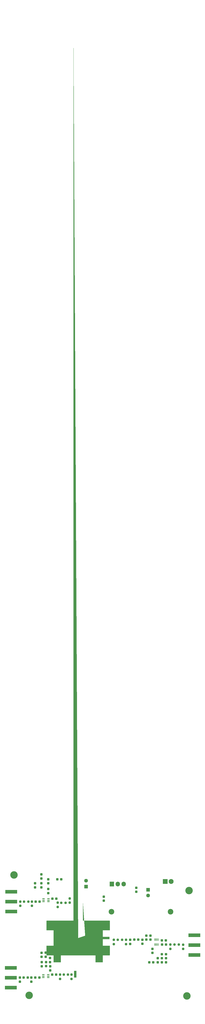
<source format=gts>
%TF.GenerationSoftware,KiCad,Pcbnew,(6.0.1)*%
%TF.CreationDate,2022-02-08T14:34:19+00:00*%
%TF.ProjectId,TrackingGenerator,54726163-6b69-46e6-9747-656e65726174,rev?*%
%TF.SameCoordinates,Original*%
%TF.FileFunction,Soldermask,Top*%
%TF.FilePolarity,Negative*%
%FSLAX46Y46*%
G04 Gerber Fmt 4.6, Leading zero omitted, Abs format (unit mm)*
G04 Created by KiCad (PCBNEW (6.0.1)) date 2022-02-08 14:34:19*
%MOMM*%
%LPD*%
G01*
G04 APERTURE LIST*
G04 Aperture macros list*
%AMRoundRect*
0 Rectangle with rounded corners*
0 $1 Rounding radius*
0 $2 $3 $4 $5 $6 $7 $8 $9 X,Y pos of 4 corners*
0 Add a 4 corners polygon primitive as box body*
4,1,4,$2,$3,$4,$5,$6,$7,$8,$9,$2,$3,0*
0 Add four circle primitives for the rounded corners*
1,1,$1+$1,$2,$3*
1,1,$1+$1,$4,$5*
1,1,$1+$1,$6,$7*
1,1,$1+$1,$8,$9*
0 Add four rect primitives between the rounded corners*
20,1,$1+$1,$2,$3,$4,$5,0*
20,1,$1+$1,$4,$5,$6,$7,0*
20,1,$1+$1,$6,$7,$8,$9,0*
20,1,$1+$1,$8,$9,$2,$3,0*%
%AMFreePoly0*
4,1,53,2.042426,15.408426,2.060000,15.366000,2.060000,7.426000,13.541000,7.426000,13.583426,7.408426,13.601000,7.366000,13.601000,3.366000,13.583426,3.323574,13.541000,3.306000,10.601000,3.306000,10.601000,-3.306000,13.541000,-3.306000,13.583426,-3.323574,13.601000,-3.366000,13.601000,-7.366000,13.583426,-7.408426,13.541000,-7.426000,10.601000,-7.426000,10.601000,-10.366000,10.583426,-10.408426,
10.541000,-10.426000,7.541000,-10.426000,7.498574,-10.408426,7.481000,-10.366000,7.481000,-7.426000,-7.481000,-7.426000,-7.481000,-10.366000,-7.498574,-10.408426,-7.541000,-10.426000,-10.541000,-10.426000,-10.583426,-10.408426,-10.601000,-10.366000,-10.601000,-7.426000,-13.541000,-7.426000,-13.583426,-7.408426,-13.601000,-7.366000,-13.601000,-3.366000,-13.583426,-3.323574,-13.541000,-3.306000,-10.601000,-3.306000,
-10.601000,3.306000,-13.541000,3.306000,-13.583426,3.323574,-13.601000,3.366000,-13.601000,7.366000,-13.583426,7.408426,-13.541000,7.426000,-2.060000,7.426000,-2.060000,15.366000,-2.042426,15.408426,-2.000000,15.426000,2.000000,15.426000,2.042426,15.408426,2.042426,15.408426,$1*%
G04 Aperture macros list end*
%ADD10RoundRect,0.237500X-0.237500X0.300000X-0.237500X-0.300000X0.237500X-0.300000X0.237500X0.300000X0*%
%ADD11R,1.905000X2.000000*%
%ADD12O,1.905000X2.000000*%
%ADD13RoundRect,0.237500X-0.237500X0.250000X-0.237500X-0.250000X0.237500X-0.250000X0.237500X0.250000X0*%
%ADD14RoundRect,0.237500X-0.250000X-0.237500X0.250000X-0.237500X0.250000X0.237500X-0.250000X0.237500X0*%
%ADD15C,3.200000*%
%ADD16RoundRect,0.237500X0.237500X-0.250000X0.237500X0.250000X-0.237500X0.250000X-0.237500X-0.250000X0*%
%ADD17RoundRect,0.237500X-0.300000X-0.237500X0.300000X-0.237500X0.300000X0.237500X-0.300000X0.237500X0*%
%ADD18RoundRect,0.237500X-0.237500X0.287500X-0.237500X-0.287500X0.237500X-0.287500X0.237500X0.287500X0*%
%ADD19RoundRect,0.237500X0.300000X0.237500X-0.300000X0.237500X-0.300000X-0.237500X0.300000X-0.237500X0*%
%ADD20R,5.080000X1.500000*%
%ADD21RoundRect,0.237500X0.287500X0.237500X-0.287500X0.237500X-0.287500X-0.237500X0.287500X-0.237500X0*%
%ADD22RoundRect,0.237500X0.237500X-0.300000X0.237500X0.300000X-0.237500X0.300000X-0.237500X-0.300000X0*%
%ADD23R,1.600000X1.600000*%
%ADD24C,1.600000*%
%ADD25R,1.000000X3.000000*%
%ADD26FreePoly0,90.000000*%
%ADD27R,3.000000X1.000000*%
%ADD28RoundRect,0.237500X0.237500X-0.287500X0.237500X0.287500X-0.237500X0.287500X-0.237500X-0.287500X0*%
%ADD29R,1.050000X0.400000*%
%ADD30R,0.400000X1.050000*%
%ADD31RoundRect,0.237500X-0.287500X-0.237500X0.287500X-0.237500X0.287500X0.237500X-0.287500X0.237500X0*%
%ADD32C,2.400000*%
%ADD33O,2.400000X2.400000*%
%ADD34R,2.100000X2.100000*%
%ADD35C,2.100000*%
G04 APERTURE END LIST*
D10*
%TO.C,C9*%
X86258400Y-114656700D03*
X86258400Y-116381700D03*
%TD*%
D11*
%TO.C,U1*%
X116484400Y-85171400D03*
D12*
X119024400Y-85171400D03*
X121564400Y-85171400D03*
%TD*%
D13*
%TO.C,R14*%
X141647800Y-111100800D03*
X141647800Y-112925800D03*
%TD*%
D14*
%TO.C,R6*%
X94743900Y-93218000D03*
X96568900Y-93218000D03*
%TD*%
D15*
%TO.C,H4*%
X148742400Y-133096000D03*
%TD*%
D16*
%TO.C,R10*%
X117322600Y-110894500D03*
X117322600Y-109069500D03*
%TD*%
D10*
%TO.C,C5*%
X86309200Y-118669900D03*
X86309200Y-120394900D03*
%TD*%
D17*
%TO.C,C17*%
X131335300Y-109013300D03*
X133060300Y-109013300D03*
%TD*%
D13*
%TO.C,R3*%
X82092800Y-92711900D03*
X82092800Y-94536900D03*
%TD*%
D10*
%TO.C,C10*%
X86207600Y-81077900D03*
X86207600Y-82802900D03*
%TD*%
D18*
%TO.C,L3*%
X89154000Y-87313800D03*
X89154000Y-89063800D03*
%TD*%
D19*
%TO.C,C12*%
X92607300Y-91440000D03*
X90882300Y-91440000D03*
%TD*%
D20*
%TO.C,J4*%
X151937500Y-111350000D03*
X151937500Y-115600000D03*
X151937500Y-107100000D03*
%TD*%
D18*
%TO.C,L5*%
X90017600Y-120435400D03*
X90017600Y-122185400D03*
%TD*%
D21*
%TO.C,L6*%
X127849600Y-109016800D03*
X126099600Y-109016800D03*
%TD*%
D17*
%TO.C,C14*%
X90831500Y-124002800D03*
X92556500Y-124002800D03*
%TD*%
D10*
%TO.C,C23*%
X127000000Y-86767500D03*
X127000000Y-88492500D03*
%TD*%
D17*
%TO.C,C24*%
X132541550Y-118738300D03*
X134266550Y-118738300D03*
%TD*%
D14*
%TO.C,R15*%
X143435300Y-111113300D03*
X145260300Y-111113300D03*
%TD*%
D22*
%TO.C,C21*%
X133897800Y-114675800D03*
X133897800Y-112950800D03*
%TD*%
D13*
%TO.C,R5*%
X94183200Y-124004700D03*
X94183200Y-125829700D03*
%TD*%
D17*
%TO.C,C18*%
X131335300Y-107263300D03*
X133060300Y-107263300D03*
%TD*%
D10*
%TO.C,C20*%
X138004050Y-116975800D03*
X138004050Y-118700800D03*
%TD*%
D14*
%TO.C,R11*%
X119051700Y-109067600D03*
X120876700Y-109067600D03*
%TD*%
D13*
%TO.C,R4*%
X93218000Y-93169100D03*
X93218000Y-94994100D03*
%TD*%
D20*
%TO.C,J1*%
X73202800Y-92710000D03*
X73202800Y-96960000D03*
X73202800Y-88460000D03*
%TD*%
D15*
%TO.C,H2*%
X149707600Y-87985600D03*
%TD*%
D22*
%TO.C,C15*%
X124333000Y-110825800D03*
X124333000Y-109100800D03*
%TD*%
D21*
%TO.C,L8*%
X139729050Y-115238300D03*
X137979050Y-115238300D03*
%TD*%
D17*
%TO.C,C25*%
X138035300Y-111113300D03*
X139760300Y-111113300D03*
%TD*%
D10*
%TO.C,C2*%
X81889600Y-125273900D03*
X81889600Y-126998900D03*
%TD*%
D17*
%TO.C,C26*%
X137985300Y-109313300D03*
X139710300Y-109313300D03*
%TD*%
D22*
%TO.C,C13*%
X88036400Y-116330900D03*
X88036400Y-114605900D03*
%TD*%
D23*
%TO.C,C28*%
X105359200Y-86272380D03*
D24*
X105359200Y-83772380D03*
%TD*%
D25*
%TO.C,M1*%
X100757000Y-92831000D03*
D26*
X102018000Y-108331000D03*
D25*
X100757000Y-123831000D03*
D27*
X114018000Y-108331000D03*
%TD*%
D10*
%TO.C,C19*%
X139754050Y-116975800D03*
X139754050Y-118700800D03*
%TD*%
D15*
%TO.C,H3*%
X80924400Y-132842000D03*
%TD*%
D28*
%TO.C,L7*%
X136204050Y-118713300D03*
X136204050Y-116963300D03*
%TD*%
D15*
%TO.C,H1*%
X74371200Y-81330800D03*
%TD*%
D14*
%TO.C,R2*%
X78741900Y-92710000D03*
X80566900Y-92710000D03*
%TD*%
D29*
%TO.C,IC2*%
X87037200Y-123962400D03*
X87037200Y-124612400D03*
X87037200Y-125262400D03*
X89137200Y-125262400D03*
X89137200Y-124612400D03*
X89137200Y-123962400D03*
%TD*%
D10*
%TO.C,C16*%
X129590800Y-109068700D03*
X129590800Y-110793700D03*
%TD*%
%TO.C,C8*%
X83464400Y-84887900D03*
X83464400Y-86612900D03*
%TD*%
D17*
%TO.C,C11*%
X93015900Y-83159600D03*
X94740900Y-83159600D03*
%TD*%
D30*
%TO.C,IC3*%
X136297800Y-109013300D03*
X135647800Y-109013300D03*
X134997800Y-109013300D03*
X134997800Y-111113300D03*
X135647800Y-111113300D03*
X136297800Y-111113300D03*
%TD*%
D13*
%TO.C,R8*%
X99110800Y-124004700D03*
X99110800Y-125829700D03*
%TD*%
D31*
%TO.C,L1*%
X78576200Y-125222000D03*
X80326200Y-125222000D03*
%TD*%
D23*
%TO.C,C22*%
X132080000Y-87630000D03*
D24*
X132080000Y-90130000D03*
%TD*%
D10*
%TO.C,C27*%
X113030000Y-90577500D03*
X113030000Y-92302500D03*
%TD*%
%TO.C,C7*%
X88188800Y-118619100D03*
X88188800Y-120344100D03*
%TD*%
D32*
%TO.C,R13*%
X141732000Y-97078800D03*
D33*
X116332000Y-97078800D03*
%TD*%
D10*
%TO.C,C1*%
X76962000Y-125273900D03*
X76962000Y-126998900D03*
%TD*%
D29*
%TO.C,IC1*%
X87088000Y-91450400D03*
X87088000Y-92100400D03*
X87088000Y-92750400D03*
X89188000Y-92750400D03*
X89188000Y-92100400D03*
X89188000Y-91450400D03*
%TD*%
D13*
%TO.C,R16*%
X147097800Y-111150800D03*
X147097800Y-112975800D03*
%TD*%
D17*
%TO.C,C3*%
X83567100Y-125222000D03*
X85292100Y-125222000D03*
%TD*%
D16*
%TO.C,R9*%
X98374200Y-93190700D03*
X98374200Y-91365700D03*
%TD*%
D10*
%TO.C,C6*%
X86156800Y-84887900D03*
X86156800Y-86612900D03*
%TD*%
D13*
%TO.C,R1*%
X77114400Y-92711900D03*
X77114400Y-94536900D03*
%TD*%
D17*
%TO.C,C4*%
X83719500Y-92760800D03*
X85444500Y-92760800D03*
%TD*%
D18*
%TO.C,L4*%
X89916000Y-116879400D03*
X89916000Y-118629400D03*
%TD*%
D20*
%TO.C,J2*%
X73028100Y-125323600D03*
X73028100Y-129573600D03*
X73028100Y-121073600D03*
%TD*%
D13*
%TO.C,R12*%
X122580400Y-109069500D03*
X122580400Y-110894500D03*
%TD*%
D14*
%TO.C,R7*%
X95810700Y-124002800D03*
X97635700Y-124002800D03*
%TD*%
D34*
%TO.C,J3*%
X139446000Y-84124800D03*
D35*
X141986000Y-84124800D03*
%TD*%
D18*
%TO.C,L2*%
X89154000Y-83148200D03*
X89154000Y-84898200D03*
%TD*%
M02*

</source>
